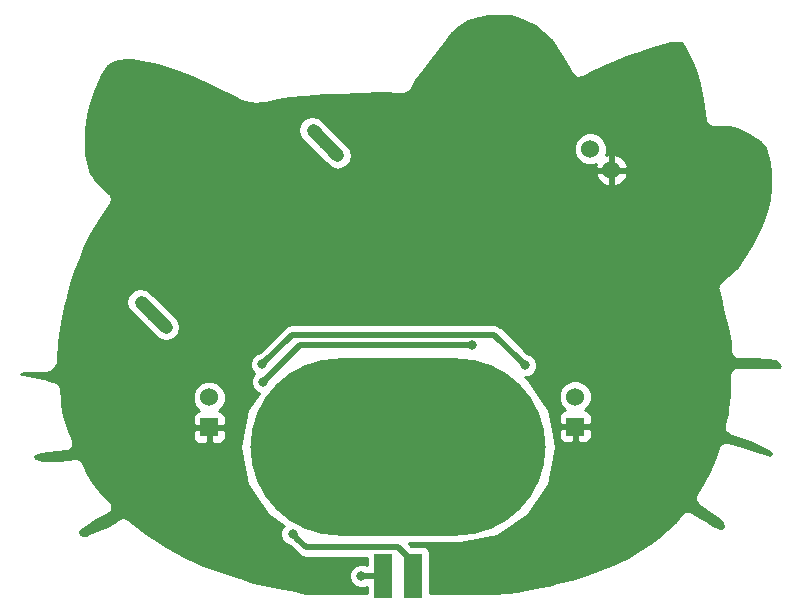
<source format=gbr>
G04 #@! TF.GenerationSoftware,KiCad,Pcbnew,no-vcs-found-4b010ca~60~ubuntu16.04.1*
G04 #@! TF.CreationDate,2017-10-03T11:45:03+03:00*
G04 #@! TF.ProjectId,TuxCon_Kitty_Rev_A,547578436F6E5F4B697474795F526576,rev?*
G04 #@! TF.SameCoordinates,Original*
G04 #@! TF.FileFunction,Copper,L1,Top,Signal*
G04 #@! TF.FilePolarity,Positive*
%FSLAX46Y46*%
G04 Gerber Fmt 4.6, Leading zero omitted, Abs format (unit mm)*
G04 Created by KiCad (PCBNEW no-vcs-found-4b010ca~60~ubuntu16.04.1) date Tue Oct  3 11:45:03 2017*
%MOMM*%
%LPD*%
G01*
G04 APERTURE LIST*
%ADD10O,25.000000X15.000000*%
%ADD11R,1.524000X3.810000*%
%ADD12C,1.524000*%
%ADD13R,1.524000X1.524000*%
%ADD14C,1.110000*%
%ADD15C,1.110000*%
%ADD16C,0.800000*%
%ADD17C,0.508000*%
%ADD18C,0.254000*%
G04 APERTURE END LIST*
D10*
X126465500Y-71520000D03*
D11*
X127770000Y-82423000D03*
X125230000Y-82423000D03*
D12*
X110490000Y-67310000D03*
D13*
X110490000Y-69850000D03*
X141478000Y-69786500D03*
D12*
X141478000Y-67246500D03*
D14*
X120304007Y-45748493D03*
D15*
X121346990Y-46791476D02*
X119261024Y-44705510D01*
D14*
X105755993Y-60296507D03*
D15*
X106798976Y-61339490D02*
X104713010Y-59253524D01*
D12*
X142752513Y-46268936D03*
X144548564Y-48064987D03*
D16*
X119824500Y-72072500D03*
X132715000Y-62865000D03*
X115062000Y-65976500D03*
X117560000Y-78870002D03*
X137200000Y-64580000D03*
X114998500Y-64516000D03*
X123380500Y-82423000D03*
D17*
X115062000Y-65976500D02*
X118173500Y-62865000D01*
X118173500Y-62865000D02*
X132715000Y-62865000D01*
X126500000Y-80010000D02*
X118699998Y-80010000D01*
X127770000Y-81280000D02*
X126500000Y-80010000D01*
X127770000Y-82423000D02*
X127770000Y-81280000D01*
X118699998Y-80010000D02*
X117959999Y-79270001D01*
X117959999Y-79270001D02*
X117560000Y-78870002D01*
X134630999Y-62010999D02*
X136800001Y-64180001D01*
X114998500Y-64516000D02*
X117503501Y-62010999D01*
X136800001Y-64180001D02*
X137200000Y-64580000D01*
X117503501Y-62010999D02*
X134630999Y-62010999D01*
X123380500Y-82423000D02*
X125230000Y-82423000D01*
D18*
G36*
X136076171Y-35056320D02*
X136957136Y-35331622D01*
X138095505Y-35900806D01*
X139416146Y-37049190D01*
X140364751Y-38472098D01*
X141177400Y-39909860D01*
X141263121Y-40009429D01*
X141346767Y-40110716D01*
X141353311Y-40114188D01*
X141358145Y-40119803D01*
X141475431Y-40178982D01*
X141591483Y-40240557D01*
X141598859Y-40241261D01*
X141605473Y-40244598D01*
X141736462Y-40254387D01*
X141867259Y-40266864D01*
X141874344Y-40264691D01*
X141881731Y-40265243D01*
X142006498Y-40224159D01*
X142132111Y-40185634D01*
X142940709Y-39750236D01*
X143991579Y-39255709D01*
X144861252Y-38882992D01*
X145792093Y-38510656D01*
X146857803Y-38134523D01*
X146860751Y-38132773D01*
X146864138Y-38132253D01*
X147553606Y-37881537D01*
X148094316Y-37701300D01*
X149258116Y-37395037D01*
X149535418Y-37339577D01*
X149910457Y-37286000D01*
X150217096Y-37286000D01*
X150359845Y-37321687D01*
X150415173Y-37340130D01*
X150504891Y-37407419D01*
X150683333Y-37630471D01*
X150895726Y-37949060D01*
X151488391Y-39134390D01*
X151719568Y-39827920D01*
X151961351Y-40734607D01*
X152207462Y-42026689D01*
X152459136Y-43788409D01*
X152488678Y-43872390D01*
X152506046Y-43959705D01*
X152534231Y-44001887D01*
X152551064Y-44049740D01*
X152610492Y-44116020D01*
X152659954Y-44190046D01*
X152702135Y-44218230D01*
X152736000Y-44256000D01*
X152816273Y-44294494D01*
X152890295Y-44343954D01*
X152940051Y-44353851D01*
X152985792Y-44375786D01*
X153074682Y-44380631D01*
X153162000Y-44398000D01*
X154483781Y-44398000D01*
X155211100Y-44553854D01*
X156229386Y-45062997D01*
X157108842Y-45667623D01*
X157531836Y-46231614D01*
X157861064Y-47383911D01*
X157976500Y-48365122D01*
X157976500Y-49551879D01*
X157859674Y-50544900D01*
X157623312Y-51490348D01*
X157205052Y-52745128D01*
X156357167Y-54380334D01*
X155155291Y-56243242D01*
X153762769Y-57514675D01*
X153692189Y-57610573D01*
X153616365Y-57702389D01*
X153610471Y-57721606D01*
X153598560Y-57737790D01*
X153570051Y-57853398D01*
X153535136Y-57967241D01*
X153537044Y-57987246D01*
X153532232Y-58006761D01*
X153550136Y-58124481D01*
X153561443Y-58243017D01*
X153743741Y-58850676D01*
X153928260Y-59711766D01*
X153933105Y-59722991D01*
X153933699Y-59735200D01*
X154121278Y-60485519D01*
X154307565Y-61354854D01*
X154552628Y-62641438D01*
X154613091Y-63427455D01*
X154643241Y-63535086D01*
X154665046Y-63644705D01*
X154680375Y-63667646D01*
X154687817Y-63694214D01*
X154756857Y-63782111D01*
X154818954Y-63875046D01*
X154841894Y-63890374D01*
X154858938Y-63912073D01*
X154956366Y-63966861D01*
X155049295Y-64028954D01*
X155076355Y-64034337D01*
X155100405Y-64047861D01*
X155211379Y-64061195D01*
X155321000Y-64083000D01*
X156574113Y-64083000D01*
X157848987Y-64143708D01*
X158436805Y-64241678D01*
X158563758Y-64317850D01*
X158694150Y-64448242D01*
X158810412Y-64642012D01*
X158823393Y-64674463D01*
X158738887Y-64702632D01*
X157924500Y-64756924D01*
X157019228Y-64696573D01*
X156995486Y-64699672D01*
X156972000Y-64695000D01*
X155257500Y-64695000D01*
X154985795Y-64749046D01*
X154755454Y-64902954D01*
X154601546Y-65133295D01*
X154547500Y-65405000D01*
X154547500Y-66391462D01*
X154487264Y-67114302D01*
X154425381Y-67671252D01*
X154363256Y-68168251D01*
X154301806Y-68598401D01*
X154245565Y-68935850D01*
X154064518Y-69599687D01*
X154056444Y-69715000D01*
X154040806Y-69829528D01*
X154046822Y-69852422D01*
X154045169Y-69876038D01*
X154081838Y-69985664D01*
X154111217Y-70097458D01*
X154125537Y-70116307D01*
X154133047Y-70138759D01*
X154208880Y-70226010D01*
X154278803Y-70318048D01*
X154299247Y-70329983D01*
X154314776Y-70347850D01*
X154418214Y-70399434D01*
X154518047Y-70457715D01*
X156323344Y-71080231D01*
X157339825Y-71558576D01*
X157995407Y-71940999D01*
X157998166Y-71943758D01*
X158025383Y-72107063D01*
X158016602Y-72142188D01*
X158000913Y-72173565D01*
X157770787Y-72140690D01*
X156884029Y-71845104D01*
X155619049Y-71402361D01*
X155595638Y-71399054D01*
X155574527Y-71388402D01*
X154431527Y-71070902D01*
X154405162Y-71068932D01*
X154380743Y-71058787D01*
X154267844Y-71058669D01*
X154155269Y-71050256D01*
X154130155Y-71058526D01*
X154103715Y-71058498D01*
X153999374Y-71101590D01*
X153892139Y-71136900D01*
X153872101Y-71154152D01*
X153847663Y-71164244D01*
X153767752Y-71243988D01*
X153682197Y-71317645D01*
X153670286Y-71341251D01*
X153651570Y-71359928D01*
X153608259Y-71464180D01*
X153557402Y-71564973D01*
X153555431Y-71591341D01*
X153545288Y-71615757D01*
X153493048Y-71876957D01*
X153141914Y-72813313D01*
X152717121Y-73723584D01*
X152239825Y-74618515D01*
X151949249Y-75025321D01*
X151926246Y-75076298D01*
X151891957Y-75120478D01*
X151701457Y-75501478D01*
X151679652Y-75581101D01*
X151645412Y-75656221D01*
X151643410Y-75713446D01*
X151628287Y-75768669D01*
X151638612Y-75850573D01*
X151635725Y-75933080D01*
X151655774Y-75986714D01*
X151662935Y-76043522D01*
X151703819Y-76115243D01*
X151732725Y-76192571D01*
X151771772Y-76234449D01*
X151800128Y-76284193D01*
X151865347Y-76334809D01*
X151921644Y-76395189D01*
X153488757Y-77523511D01*
X153786759Y-77771845D01*
X153889088Y-77908284D01*
X153952602Y-78035312D01*
X153976000Y-78128904D01*
X153976000Y-78208096D01*
X153960229Y-78271179D01*
X153916166Y-78315242D01*
X153886489Y-78335027D01*
X153836596Y-78347500D01*
X153740303Y-78347500D01*
X153584977Y-78316435D01*
X153192195Y-78120044D01*
X152712799Y-77820421D01*
X152706657Y-77818093D01*
X152701792Y-77813680D01*
X152074790Y-77437479D01*
X151384182Y-76998000D01*
X151275203Y-76955684D01*
X151169076Y-76906697D01*
X151146759Y-76905809D01*
X151125939Y-76897725D01*
X151009073Y-76900334D01*
X150892266Y-76895688D01*
X150871308Y-76903409D01*
X150848979Y-76903907D01*
X150742004Y-76951042D01*
X150632315Y-76991449D01*
X150615907Y-77006602D01*
X150595469Y-77015607D01*
X150514677Y-77100088D01*
X150428797Y-77179398D01*
X149953562Y-77832846D01*
X149377232Y-78409176D01*
X148526499Y-79138376D01*
X147809984Y-79675762D01*
X146701977Y-80352877D01*
X145966016Y-80782188D01*
X144862144Y-81334124D01*
X144003402Y-81702156D01*
X142896645Y-82132562D01*
X141465047Y-82568266D01*
X140408843Y-82878914D01*
X139603850Y-83064682D01*
X139597860Y-83067380D01*
X139591300Y-83067699D01*
X138591688Y-83317602D01*
X137353848Y-83565170D01*
X136547783Y-83689180D01*
X135692976Y-83811295D01*
X134600290Y-83872000D01*
X129179440Y-83872000D01*
X129179440Y-80518000D01*
X129130157Y-80270235D01*
X128989809Y-80060191D01*
X128779765Y-79919843D01*
X128532000Y-79870560D01*
X127617796Y-79870560D01*
X127402236Y-79655000D01*
X131722830Y-79655000D01*
X134835960Y-79035760D01*
X137475144Y-77272314D01*
X139238590Y-74633130D01*
X139857830Y-71520000D01*
X139569855Y-70072250D01*
X140081000Y-70072250D01*
X140081000Y-70674809D01*
X140177673Y-70908198D01*
X140356301Y-71086827D01*
X140589690Y-71183500D01*
X141192250Y-71183500D01*
X141351000Y-71024750D01*
X141351000Y-69913500D01*
X141605000Y-69913500D01*
X141605000Y-71024750D01*
X141763750Y-71183500D01*
X142366310Y-71183500D01*
X142599699Y-71086827D01*
X142778327Y-70908198D01*
X142875000Y-70674809D01*
X142875000Y-70072250D01*
X142716250Y-69913500D01*
X141605000Y-69913500D01*
X141351000Y-69913500D01*
X140239750Y-69913500D01*
X140081000Y-70072250D01*
X139569855Y-70072250D01*
X139238590Y-68406870D01*
X138648115Y-67523161D01*
X140080758Y-67523161D01*
X140292990Y-68036803D01*
X140645072Y-68389500D01*
X140589690Y-68389500D01*
X140356301Y-68486173D01*
X140177673Y-68664802D01*
X140081000Y-68898191D01*
X140081000Y-69500750D01*
X140239750Y-69659500D01*
X141351000Y-69659500D01*
X141351000Y-69639500D01*
X141605000Y-69639500D01*
X141605000Y-69659500D01*
X142716250Y-69659500D01*
X142875000Y-69500750D01*
X142875000Y-68898191D01*
X142778327Y-68664802D01*
X142599699Y-68486173D01*
X142366310Y-68389500D01*
X142310386Y-68389500D01*
X142661629Y-68038870D01*
X142874757Y-67525600D01*
X142875242Y-66969839D01*
X142663010Y-66456197D01*
X142270370Y-66062871D01*
X141757100Y-65849743D01*
X141201339Y-65849258D01*
X140687697Y-66061490D01*
X140294371Y-66454130D01*
X140081243Y-66967400D01*
X140080758Y-67523161D01*
X138648115Y-67523161D01*
X137475144Y-65767686D01*
X137246695Y-65615041D01*
X137404971Y-65615179D01*
X137785515Y-65457942D01*
X138076919Y-65167046D01*
X138234820Y-64786777D01*
X138235179Y-64375029D01*
X138077942Y-63994485D01*
X137787046Y-63703081D01*
X137433521Y-63556285D01*
X135259617Y-61382381D01*
X135151182Y-61309927D01*
X134971205Y-61189670D01*
X134630999Y-61121999D01*
X117503501Y-61121999D01*
X117163295Y-61189670D01*
X116874883Y-61382381D01*
X114764412Y-63492852D01*
X114412985Y-63638058D01*
X114121581Y-63928954D01*
X113963680Y-64309223D01*
X113963321Y-64720971D01*
X114120558Y-65101515D01*
X114296732Y-65277997D01*
X114185081Y-65389454D01*
X114027180Y-65769723D01*
X114026821Y-66181471D01*
X114184058Y-66562015D01*
X114474954Y-66853419D01*
X114674914Y-66936449D01*
X113692410Y-68406870D01*
X113073170Y-71520000D01*
X113692410Y-74633130D01*
X115455856Y-77272314D01*
X116797479Y-78168758D01*
X116683081Y-78282956D01*
X116525180Y-78663225D01*
X116524821Y-79074973D01*
X116682058Y-79455517D01*
X116972954Y-79746921D01*
X117326479Y-79893717D01*
X118071380Y-80638618D01*
X118359793Y-80831330D01*
X118699998Y-80899000D01*
X123820560Y-80899000D01*
X123820560Y-81485047D01*
X123587277Y-81388180D01*
X123175529Y-81387821D01*
X122794985Y-81545058D01*
X122503581Y-81835954D01*
X122345680Y-82216223D01*
X122345321Y-82627971D01*
X122502558Y-83008515D01*
X122793454Y-83299919D01*
X123173723Y-83457820D01*
X123585471Y-83458179D01*
X123820560Y-83361043D01*
X123820560Y-83872000D01*
X118637857Y-83872000D01*
X117385451Y-83573808D01*
X117368027Y-83573156D01*
X117351845Y-83566661D01*
X116344850Y-83377849D01*
X115470221Y-83190429D01*
X114663785Y-83004328D01*
X113987474Y-82819880D01*
X113361017Y-82631943D01*
X113356282Y-82631491D01*
X113352052Y-82629318D01*
X112482978Y-82381011D01*
X111232549Y-81943361D01*
X109994651Y-81510097D01*
X108399715Y-80773972D01*
X106860433Y-79911975D01*
X105187113Y-78796428D01*
X103617109Y-77603225D01*
X103597769Y-77593798D01*
X103582572Y-77578570D01*
X103473881Y-77533415D01*
X103368086Y-77481850D01*
X103346613Y-77480542D01*
X103326742Y-77472287D01*
X103209044Y-77472164D01*
X103091570Y-77465010D01*
X103071228Y-77472020D01*
X103049714Y-77471998D01*
X102940928Y-77516925D01*
X102829658Y-77555272D01*
X102813550Y-77569531D01*
X102793663Y-77577744D01*
X102412663Y-77831744D01*
X102406854Y-77837541D01*
X102399342Y-77840845D01*
X101835524Y-78235518D01*
X100280685Y-78833533D01*
X100024283Y-78919000D01*
X99799108Y-78919000D01*
X99635298Y-78837095D01*
X99579500Y-78792457D01*
X99579500Y-78653092D01*
X99769386Y-78463206D01*
X100874388Y-77707152D01*
X101902316Y-77223421D01*
X101929667Y-77203218D01*
X101961740Y-77191936D01*
X102040288Y-77121509D01*
X102125147Y-77058828D01*
X102142683Y-77029699D01*
X102168000Y-77007000D01*
X102213614Y-76911880D01*
X102268031Y-76821491D01*
X102273086Y-76787862D01*
X102287786Y-76757208D01*
X102293528Y-76651874D01*
X102309211Y-76547540D01*
X102301013Y-76514541D01*
X102302864Y-76480591D01*
X102267859Y-76381080D01*
X102242422Y-76278684D01*
X102222217Y-76251330D01*
X102210936Y-76219260D01*
X102140515Y-76140719D01*
X102077829Y-76055853D01*
X102048699Y-76038316D01*
X102026000Y-76013000D01*
X101825973Y-75862980D01*
X101255981Y-75235988D01*
X100653420Y-74452660D01*
X100199761Y-73772171D01*
X99846218Y-72888313D01*
X99825270Y-72856120D01*
X99814239Y-72819328D01*
X99750305Y-72740910D01*
X99695129Y-72656113D01*
X99663458Y-72634388D01*
X99639186Y-72604617D01*
X99550113Y-72556637D01*
X99466683Y-72499407D01*
X99429104Y-72491455D01*
X99395291Y-72473241D01*
X99294641Y-72463000D01*
X99195657Y-72442053D01*
X99157899Y-72449086D01*
X99119686Y-72445198D01*
X97819765Y-72569000D01*
X96306707Y-72569000D01*
X95873096Y-72438917D01*
X95770837Y-72370744D01*
X95770836Y-72370743D01*
X95737220Y-72348333D01*
X95729398Y-72332689D01*
X95716752Y-72282104D01*
X95724634Y-72266339D01*
X95786445Y-72241615D01*
X96225253Y-72131913D01*
X96867213Y-72015193D01*
X98356963Y-71891047D01*
X98461560Y-71861027D01*
X98568332Y-71840021D01*
X98593819Y-71823068D01*
X98623241Y-71814624D01*
X98708395Y-71746857D01*
X98798994Y-71686594D01*
X98816051Y-71661182D01*
X98840005Y-71642119D01*
X98892742Y-71546925D01*
X98953385Y-71456577D01*
X98959419Y-71426568D01*
X98974253Y-71399792D01*
X98986547Y-71291663D01*
X99007998Y-71184985D01*
X99002090Y-71154954D01*
X99005548Y-71124538D01*
X98975526Y-71019933D01*
X98954521Y-70913167D01*
X98634409Y-70135750D01*
X109093000Y-70135750D01*
X109093000Y-70738309D01*
X109189673Y-70971698D01*
X109368301Y-71150327D01*
X109601690Y-71247000D01*
X110204250Y-71247000D01*
X110363000Y-71088250D01*
X110363000Y-69977000D01*
X110617000Y-69977000D01*
X110617000Y-71088250D01*
X110775750Y-71247000D01*
X111378310Y-71247000D01*
X111611699Y-71150327D01*
X111790327Y-70971698D01*
X111887000Y-70738309D01*
X111887000Y-70135750D01*
X111728250Y-69977000D01*
X110617000Y-69977000D01*
X110363000Y-69977000D01*
X109251750Y-69977000D01*
X109093000Y-70135750D01*
X98634409Y-70135750D01*
X98521889Y-69862489D01*
X98226140Y-68916094D01*
X98049796Y-67975594D01*
X98015976Y-67586661D01*
X109092758Y-67586661D01*
X109304990Y-68100303D01*
X109657072Y-68453000D01*
X109601690Y-68453000D01*
X109368301Y-68549673D01*
X109189673Y-68728302D01*
X109093000Y-68961691D01*
X109093000Y-69564250D01*
X109251750Y-69723000D01*
X110363000Y-69723000D01*
X110363000Y-69703000D01*
X110617000Y-69703000D01*
X110617000Y-69723000D01*
X111728250Y-69723000D01*
X111887000Y-69564250D01*
X111887000Y-68961691D01*
X111790327Y-68728302D01*
X111611699Y-68549673D01*
X111378310Y-68453000D01*
X111322386Y-68453000D01*
X111673629Y-68102370D01*
X111886757Y-67589100D01*
X111887242Y-67033339D01*
X111675010Y-66519697D01*
X111282370Y-66126371D01*
X110769100Y-65913243D01*
X110213339Y-65912758D01*
X109699697Y-66124990D01*
X109306371Y-66517630D01*
X109093243Y-67030900D01*
X109092758Y-67586661D01*
X98015976Y-67586661D01*
X97925831Y-66549993D01*
X97919700Y-66528918D01*
X97920767Y-66507000D01*
X97881208Y-66396599D01*
X97848450Y-66283991D01*
X97834723Y-66266869D01*
X97827320Y-66246208D01*
X97748530Y-66159357D01*
X97675167Y-66067849D01*
X97655927Y-66057281D01*
X97641184Y-66041029D01*
X97535158Y-65990942D01*
X97432359Y-65934474D01*
X97410543Y-65932073D01*
X97390700Y-65922699D01*
X96882700Y-65795699D01*
X96865575Y-65794866D01*
X96849742Y-65788288D01*
X95584562Y-65535252D01*
X94728176Y-65351741D01*
X94525366Y-65290898D01*
X94871486Y-65226000D01*
X96774000Y-65226000D01*
X96823755Y-65216103D01*
X96874409Y-65218864D01*
X96958390Y-65189322D01*
X97045705Y-65171954D01*
X97087887Y-65143769D01*
X97135740Y-65126936D01*
X97202020Y-65067508D01*
X97276046Y-65018046D01*
X97304230Y-64975865D01*
X97342000Y-64942000D01*
X97532500Y-64688000D01*
X97570994Y-64607727D01*
X97620454Y-64533705D01*
X97630351Y-64483949D01*
X97652286Y-64438208D01*
X97657131Y-64349318D01*
X97674500Y-64262000D01*
X97674500Y-63918267D01*
X97797599Y-62748826D01*
X97796672Y-62738724D01*
X97799409Y-62728955D01*
X97860501Y-61934756D01*
X98105336Y-60465745D01*
X98402751Y-59216606D01*
X103486092Y-59216606D01*
X103576675Y-59672000D01*
X103834635Y-60058063D01*
X105994437Y-62217865D01*
X106380500Y-62475824D01*
X106835894Y-62566408D01*
X107291288Y-62475824D01*
X107677351Y-62217865D01*
X107935310Y-61831802D01*
X108025894Y-61376408D01*
X107935310Y-60921014D01*
X107677351Y-60534951D01*
X105517549Y-58375149D01*
X105131486Y-58117189D01*
X104676092Y-58026606D01*
X104220698Y-58117189D01*
X103834635Y-58375149D01*
X103576675Y-58761212D01*
X103486092Y-59216606D01*
X98402751Y-59216606D01*
X98415258Y-59164077D01*
X98726040Y-57983106D01*
X99157277Y-56627790D01*
X99528718Y-55699187D01*
X99530155Y-55691472D01*
X99534294Y-55684798D01*
X99902211Y-54703686D01*
X100507055Y-53493999D01*
X101182519Y-52388693D01*
X101682756Y-51638337D01*
X101690990Y-51618400D01*
X101705283Y-51602248D01*
X102149783Y-50840249D01*
X102165553Y-50794465D01*
X102192454Y-50754205D01*
X102210268Y-50664650D01*
X102240003Y-50578323D01*
X102237053Y-50529994D01*
X102246500Y-50482500D01*
X102228687Y-50392946D01*
X102223123Y-50301810D01*
X102201900Y-50258285D01*
X102192454Y-50210795D01*
X102141726Y-50134874D01*
X102101709Y-50052805D01*
X102065449Y-50020718D01*
X102038546Y-49980454D01*
X100863301Y-48805209D01*
X100557749Y-48412356D01*
X143167202Y-48412356D01*
X143405284Y-48914538D01*
X143817420Y-49287384D01*
X144201195Y-49446349D01*
X144421564Y-49324218D01*
X144421564Y-48191987D01*
X144675564Y-48191987D01*
X144675564Y-49324218D01*
X144895933Y-49446349D01*
X145398115Y-49208267D01*
X145770961Y-48796131D01*
X145929926Y-48412356D01*
X145807795Y-48191987D01*
X144675564Y-48191987D01*
X144421564Y-48191987D01*
X143289333Y-48191987D01*
X143167202Y-48412356D01*
X100557749Y-48412356D01*
X100520606Y-48364601D01*
X100316648Y-47752728D01*
X100083616Y-46704082D01*
X100025364Y-45539042D01*
X100092321Y-44668592D01*
X118034106Y-44668592D01*
X118124689Y-45123986D01*
X118382649Y-45510049D01*
X120542451Y-47669851D01*
X120928514Y-47927810D01*
X121383908Y-48018394D01*
X121839302Y-47927810D01*
X122225365Y-47669851D01*
X122483324Y-47283788D01*
X122573908Y-46828394D01*
X122517656Y-46545597D01*
X141355271Y-46545597D01*
X141567503Y-47059239D01*
X141960143Y-47452565D01*
X142473413Y-47665693D01*
X143029174Y-47666178D01*
X143221410Y-47586748D01*
X143167202Y-47717618D01*
X143289333Y-47937987D01*
X144241956Y-47937987D01*
X144354815Y-48050846D01*
X144534423Y-47871238D01*
X144421564Y-47758379D01*
X144421564Y-46805756D01*
X144675564Y-46805756D01*
X144675564Y-47937987D01*
X145807795Y-47937987D01*
X145929926Y-47717618D01*
X145691844Y-47215436D01*
X145279708Y-46842590D01*
X144895933Y-46683625D01*
X144675564Y-46805756D01*
X144421564Y-46805756D01*
X144201195Y-46683625D01*
X144066441Y-46747511D01*
X144149270Y-46548036D01*
X144149755Y-45992275D01*
X143937523Y-45478633D01*
X143544883Y-45085307D01*
X143031613Y-44872179D01*
X142475852Y-44871694D01*
X141962210Y-45083926D01*
X141568884Y-45476566D01*
X141355756Y-45989836D01*
X141355271Y-46545597D01*
X122517656Y-46545597D01*
X122483324Y-46373000D01*
X122225365Y-45986937D01*
X120065563Y-43827135D01*
X119679500Y-43569175D01*
X119224106Y-43478592D01*
X118768712Y-43569175D01*
X118382649Y-43827135D01*
X118124689Y-44213198D01*
X118034106Y-44668592D01*
X100092321Y-44668592D01*
X100145950Y-43971418D01*
X100324413Y-43019619D01*
X100568063Y-42105931D01*
X100804102Y-41338803D01*
X101154032Y-40580621D01*
X101447571Y-40052252D01*
X101965486Y-39246606D01*
X102147576Y-39064516D01*
X102482810Y-38896898D01*
X102861947Y-38802114D01*
X103473704Y-38746500D01*
X103942698Y-38746500D01*
X104826257Y-38923212D01*
X104826258Y-38923212D01*
X105754782Y-39108917D01*
X106417132Y-39289558D01*
X107398942Y-39596374D01*
X109016113Y-40218363D01*
X110318138Y-40776373D01*
X112585478Y-41910043D01*
X113220479Y-42227543D01*
X113311553Y-42252484D01*
X113398758Y-42288712D01*
X114033757Y-42415712D01*
X114127385Y-42415810D01*
X114220228Y-42427927D01*
X115172728Y-42364427D01*
X115210146Y-42354356D01*
X115248888Y-42355196D01*
X116328388Y-42164696D01*
X116336036Y-42161721D01*
X116344242Y-42161712D01*
X117261045Y-41978351D01*
X118549953Y-41855598D01*
X120313996Y-41729595D01*
X121444355Y-41666798D01*
X123215341Y-41603548D01*
X123215342Y-41603548D01*
X125031902Y-41540908D01*
X126912846Y-41603606D01*
X127006300Y-41588234D01*
X127100951Y-41584693D01*
X127141829Y-41565941D01*
X127186201Y-41558642D01*
X127266660Y-41508676D01*
X127352749Y-41469184D01*
X127383336Y-41436219D01*
X127421542Y-41412493D01*
X127476758Y-41335536D01*
X127541177Y-41266109D01*
X128036410Y-40461357D01*
X128650523Y-39601599D01*
X129467239Y-38533585D01*
X130351465Y-37396723D01*
X131085853Y-36478739D01*
X131639106Y-35925486D01*
X132373555Y-35453340D01*
X133372517Y-35175851D01*
X134121319Y-35060650D01*
X135250034Y-35001244D01*
X136076171Y-35056320D01*
X136076171Y-35056320D01*
G37*
X136076171Y-35056320D02*
X136957136Y-35331622D01*
X138095505Y-35900806D01*
X139416146Y-37049190D01*
X140364751Y-38472098D01*
X141177400Y-39909860D01*
X141263121Y-40009429D01*
X141346767Y-40110716D01*
X141353311Y-40114188D01*
X141358145Y-40119803D01*
X141475431Y-40178982D01*
X141591483Y-40240557D01*
X141598859Y-40241261D01*
X141605473Y-40244598D01*
X141736462Y-40254387D01*
X141867259Y-40266864D01*
X141874344Y-40264691D01*
X141881731Y-40265243D01*
X142006498Y-40224159D01*
X142132111Y-40185634D01*
X142940709Y-39750236D01*
X143991579Y-39255709D01*
X144861252Y-38882992D01*
X145792093Y-38510656D01*
X146857803Y-38134523D01*
X146860751Y-38132773D01*
X146864138Y-38132253D01*
X147553606Y-37881537D01*
X148094316Y-37701300D01*
X149258116Y-37395037D01*
X149535418Y-37339577D01*
X149910457Y-37286000D01*
X150217096Y-37286000D01*
X150359845Y-37321687D01*
X150415173Y-37340130D01*
X150504891Y-37407419D01*
X150683333Y-37630471D01*
X150895726Y-37949060D01*
X151488391Y-39134390D01*
X151719568Y-39827920D01*
X151961351Y-40734607D01*
X152207462Y-42026689D01*
X152459136Y-43788409D01*
X152488678Y-43872390D01*
X152506046Y-43959705D01*
X152534231Y-44001887D01*
X152551064Y-44049740D01*
X152610492Y-44116020D01*
X152659954Y-44190046D01*
X152702135Y-44218230D01*
X152736000Y-44256000D01*
X152816273Y-44294494D01*
X152890295Y-44343954D01*
X152940051Y-44353851D01*
X152985792Y-44375786D01*
X153074682Y-44380631D01*
X153162000Y-44398000D01*
X154483781Y-44398000D01*
X155211100Y-44553854D01*
X156229386Y-45062997D01*
X157108842Y-45667623D01*
X157531836Y-46231614D01*
X157861064Y-47383911D01*
X157976500Y-48365122D01*
X157976500Y-49551879D01*
X157859674Y-50544900D01*
X157623312Y-51490348D01*
X157205052Y-52745128D01*
X156357167Y-54380334D01*
X155155291Y-56243242D01*
X153762769Y-57514675D01*
X153692189Y-57610573D01*
X153616365Y-57702389D01*
X153610471Y-57721606D01*
X153598560Y-57737790D01*
X153570051Y-57853398D01*
X153535136Y-57967241D01*
X153537044Y-57987246D01*
X153532232Y-58006761D01*
X153550136Y-58124481D01*
X153561443Y-58243017D01*
X153743741Y-58850676D01*
X153928260Y-59711766D01*
X153933105Y-59722991D01*
X153933699Y-59735200D01*
X154121278Y-60485519D01*
X154307565Y-61354854D01*
X154552628Y-62641438D01*
X154613091Y-63427455D01*
X154643241Y-63535086D01*
X154665046Y-63644705D01*
X154680375Y-63667646D01*
X154687817Y-63694214D01*
X154756857Y-63782111D01*
X154818954Y-63875046D01*
X154841894Y-63890374D01*
X154858938Y-63912073D01*
X154956366Y-63966861D01*
X155049295Y-64028954D01*
X155076355Y-64034337D01*
X155100405Y-64047861D01*
X155211379Y-64061195D01*
X155321000Y-64083000D01*
X156574113Y-64083000D01*
X157848987Y-64143708D01*
X158436805Y-64241678D01*
X158563758Y-64317850D01*
X158694150Y-64448242D01*
X158810412Y-64642012D01*
X158823393Y-64674463D01*
X158738887Y-64702632D01*
X157924500Y-64756924D01*
X157019228Y-64696573D01*
X156995486Y-64699672D01*
X156972000Y-64695000D01*
X155257500Y-64695000D01*
X154985795Y-64749046D01*
X154755454Y-64902954D01*
X154601546Y-65133295D01*
X154547500Y-65405000D01*
X154547500Y-66391462D01*
X154487264Y-67114302D01*
X154425381Y-67671252D01*
X154363256Y-68168251D01*
X154301806Y-68598401D01*
X154245565Y-68935850D01*
X154064518Y-69599687D01*
X154056444Y-69715000D01*
X154040806Y-69829528D01*
X154046822Y-69852422D01*
X154045169Y-69876038D01*
X154081838Y-69985664D01*
X154111217Y-70097458D01*
X154125537Y-70116307D01*
X154133047Y-70138759D01*
X154208880Y-70226010D01*
X154278803Y-70318048D01*
X154299247Y-70329983D01*
X154314776Y-70347850D01*
X154418214Y-70399434D01*
X154518047Y-70457715D01*
X156323344Y-71080231D01*
X157339825Y-71558576D01*
X157995407Y-71940999D01*
X157998166Y-71943758D01*
X158025383Y-72107063D01*
X158016602Y-72142188D01*
X158000913Y-72173565D01*
X157770787Y-72140690D01*
X156884029Y-71845104D01*
X155619049Y-71402361D01*
X155595638Y-71399054D01*
X155574527Y-71388402D01*
X154431527Y-71070902D01*
X154405162Y-71068932D01*
X154380743Y-71058787D01*
X154267844Y-71058669D01*
X154155269Y-71050256D01*
X154130155Y-71058526D01*
X154103715Y-71058498D01*
X153999374Y-71101590D01*
X153892139Y-71136900D01*
X153872101Y-71154152D01*
X153847663Y-71164244D01*
X153767752Y-71243988D01*
X153682197Y-71317645D01*
X153670286Y-71341251D01*
X153651570Y-71359928D01*
X153608259Y-71464180D01*
X153557402Y-71564973D01*
X153555431Y-71591341D01*
X153545288Y-71615757D01*
X153493048Y-71876957D01*
X153141914Y-72813313D01*
X152717121Y-73723584D01*
X152239825Y-74618515D01*
X151949249Y-75025321D01*
X151926246Y-75076298D01*
X151891957Y-75120478D01*
X151701457Y-75501478D01*
X151679652Y-75581101D01*
X151645412Y-75656221D01*
X151643410Y-75713446D01*
X151628287Y-75768669D01*
X151638612Y-75850573D01*
X151635725Y-75933080D01*
X151655774Y-75986714D01*
X151662935Y-76043522D01*
X151703819Y-76115243D01*
X151732725Y-76192571D01*
X151771772Y-76234449D01*
X151800128Y-76284193D01*
X151865347Y-76334809D01*
X151921644Y-76395189D01*
X153488757Y-77523511D01*
X153786759Y-77771845D01*
X153889088Y-77908284D01*
X153952602Y-78035312D01*
X153976000Y-78128904D01*
X153976000Y-78208096D01*
X153960229Y-78271179D01*
X153916166Y-78315242D01*
X153886489Y-78335027D01*
X153836596Y-78347500D01*
X153740303Y-78347500D01*
X153584977Y-78316435D01*
X153192195Y-78120044D01*
X152712799Y-77820421D01*
X152706657Y-77818093D01*
X152701792Y-77813680D01*
X152074790Y-77437479D01*
X151384182Y-76998000D01*
X151275203Y-76955684D01*
X151169076Y-76906697D01*
X151146759Y-76905809D01*
X151125939Y-76897725D01*
X151009073Y-76900334D01*
X150892266Y-76895688D01*
X150871308Y-76903409D01*
X150848979Y-76903907D01*
X150742004Y-76951042D01*
X150632315Y-76991449D01*
X150615907Y-77006602D01*
X150595469Y-77015607D01*
X150514677Y-77100088D01*
X150428797Y-77179398D01*
X149953562Y-77832846D01*
X149377232Y-78409176D01*
X148526499Y-79138376D01*
X147809984Y-79675762D01*
X146701977Y-80352877D01*
X145966016Y-80782188D01*
X144862144Y-81334124D01*
X144003402Y-81702156D01*
X142896645Y-82132562D01*
X141465047Y-82568266D01*
X140408843Y-82878914D01*
X139603850Y-83064682D01*
X139597860Y-83067380D01*
X139591300Y-83067699D01*
X138591688Y-83317602D01*
X137353848Y-83565170D01*
X136547783Y-83689180D01*
X135692976Y-83811295D01*
X134600290Y-83872000D01*
X129179440Y-83872000D01*
X129179440Y-80518000D01*
X129130157Y-80270235D01*
X128989809Y-80060191D01*
X128779765Y-79919843D01*
X128532000Y-79870560D01*
X127617796Y-79870560D01*
X127402236Y-79655000D01*
X131722830Y-79655000D01*
X134835960Y-79035760D01*
X137475144Y-77272314D01*
X139238590Y-74633130D01*
X139857830Y-71520000D01*
X139569855Y-70072250D01*
X140081000Y-70072250D01*
X140081000Y-70674809D01*
X140177673Y-70908198D01*
X140356301Y-71086827D01*
X140589690Y-71183500D01*
X141192250Y-71183500D01*
X141351000Y-71024750D01*
X141351000Y-69913500D01*
X141605000Y-69913500D01*
X141605000Y-71024750D01*
X141763750Y-71183500D01*
X142366310Y-71183500D01*
X142599699Y-71086827D01*
X142778327Y-70908198D01*
X142875000Y-70674809D01*
X142875000Y-70072250D01*
X142716250Y-69913500D01*
X141605000Y-69913500D01*
X141351000Y-69913500D01*
X140239750Y-69913500D01*
X140081000Y-70072250D01*
X139569855Y-70072250D01*
X139238590Y-68406870D01*
X138648115Y-67523161D01*
X140080758Y-67523161D01*
X140292990Y-68036803D01*
X140645072Y-68389500D01*
X140589690Y-68389500D01*
X140356301Y-68486173D01*
X140177673Y-68664802D01*
X140081000Y-68898191D01*
X140081000Y-69500750D01*
X140239750Y-69659500D01*
X141351000Y-69659500D01*
X141351000Y-69639500D01*
X141605000Y-69639500D01*
X141605000Y-69659500D01*
X142716250Y-69659500D01*
X142875000Y-69500750D01*
X142875000Y-68898191D01*
X142778327Y-68664802D01*
X142599699Y-68486173D01*
X142366310Y-68389500D01*
X142310386Y-68389500D01*
X142661629Y-68038870D01*
X142874757Y-67525600D01*
X142875242Y-66969839D01*
X142663010Y-66456197D01*
X142270370Y-66062871D01*
X141757100Y-65849743D01*
X141201339Y-65849258D01*
X140687697Y-66061490D01*
X140294371Y-66454130D01*
X140081243Y-66967400D01*
X140080758Y-67523161D01*
X138648115Y-67523161D01*
X137475144Y-65767686D01*
X137246695Y-65615041D01*
X137404971Y-65615179D01*
X137785515Y-65457942D01*
X138076919Y-65167046D01*
X138234820Y-64786777D01*
X138235179Y-64375029D01*
X138077942Y-63994485D01*
X137787046Y-63703081D01*
X137433521Y-63556285D01*
X135259617Y-61382381D01*
X135151182Y-61309927D01*
X134971205Y-61189670D01*
X134630999Y-61121999D01*
X117503501Y-61121999D01*
X117163295Y-61189670D01*
X116874883Y-61382381D01*
X114764412Y-63492852D01*
X114412985Y-63638058D01*
X114121581Y-63928954D01*
X113963680Y-64309223D01*
X113963321Y-64720971D01*
X114120558Y-65101515D01*
X114296732Y-65277997D01*
X114185081Y-65389454D01*
X114027180Y-65769723D01*
X114026821Y-66181471D01*
X114184058Y-66562015D01*
X114474954Y-66853419D01*
X114674914Y-66936449D01*
X113692410Y-68406870D01*
X113073170Y-71520000D01*
X113692410Y-74633130D01*
X115455856Y-77272314D01*
X116797479Y-78168758D01*
X116683081Y-78282956D01*
X116525180Y-78663225D01*
X116524821Y-79074973D01*
X116682058Y-79455517D01*
X116972954Y-79746921D01*
X117326479Y-79893717D01*
X118071380Y-80638618D01*
X118359793Y-80831330D01*
X118699998Y-80899000D01*
X123820560Y-80899000D01*
X123820560Y-81485047D01*
X123587277Y-81388180D01*
X123175529Y-81387821D01*
X122794985Y-81545058D01*
X122503581Y-81835954D01*
X122345680Y-82216223D01*
X122345321Y-82627971D01*
X122502558Y-83008515D01*
X122793454Y-83299919D01*
X123173723Y-83457820D01*
X123585471Y-83458179D01*
X123820560Y-83361043D01*
X123820560Y-83872000D01*
X118637857Y-83872000D01*
X117385451Y-83573808D01*
X117368027Y-83573156D01*
X117351845Y-83566661D01*
X116344850Y-83377849D01*
X115470221Y-83190429D01*
X114663785Y-83004328D01*
X113987474Y-82819880D01*
X113361017Y-82631943D01*
X113356282Y-82631491D01*
X113352052Y-82629318D01*
X112482978Y-82381011D01*
X111232549Y-81943361D01*
X109994651Y-81510097D01*
X108399715Y-80773972D01*
X106860433Y-79911975D01*
X105187113Y-78796428D01*
X103617109Y-77603225D01*
X103597769Y-77593798D01*
X103582572Y-77578570D01*
X103473881Y-77533415D01*
X103368086Y-77481850D01*
X103346613Y-77480542D01*
X103326742Y-77472287D01*
X103209044Y-77472164D01*
X103091570Y-77465010D01*
X103071228Y-77472020D01*
X103049714Y-77471998D01*
X102940928Y-77516925D01*
X102829658Y-77555272D01*
X102813550Y-77569531D01*
X102793663Y-77577744D01*
X102412663Y-77831744D01*
X102406854Y-77837541D01*
X102399342Y-77840845D01*
X101835524Y-78235518D01*
X100280685Y-78833533D01*
X100024283Y-78919000D01*
X99799108Y-78919000D01*
X99635298Y-78837095D01*
X99579500Y-78792457D01*
X99579500Y-78653092D01*
X99769386Y-78463206D01*
X100874388Y-77707152D01*
X101902316Y-77223421D01*
X101929667Y-77203218D01*
X101961740Y-77191936D01*
X102040288Y-77121509D01*
X102125147Y-77058828D01*
X102142683Y-77029699D01*
X102168000Y-77007000D01*
X102213614Y-76911880D01*
X102268031Y-76821491D01*
X102273086Y-76787862D01*
X102287786Y-76757208D01*
X102293528Y-76651874D01*
X102309211Y-76547540D01*
X102301013Y-76514541D01*
X102302864Y-76480591D01*
X102267859Y-76381080D01*
X102242422Y-76278684D01*
X102222217Y-76251330D01*
X102210936Y-76219260D01*
X102140515Y-76140719D01*
X102077829Y-76055853D01*
X102048699Y-76038316D01*
X102026000Y-76013000D01*
X101825973Y-75862980D01*
X101255981Y-75235988D01*
X100653420Y-74452660D01*
X100199761Y-73772171D01*
X99846218Y-72888313D01*
X99825270Y-72856120D01*
X99814239Y-72819328D01*
X99750305Y-72740910D01*
X99695129Y-72656113D01*
X99663458Y-72634388D01*
X99639186Y-72604617D01*
X99550113Y-72556637D01*
X99466683Y-72499407D01*
X99429104Y-72491455D01*
X99395291Y-72473241D01*
X99294641Y-72463000D01*
X99195657Y-72442053D01*
X99157899Y-72449086D01*
X99119686Y-72445198D01*
X97819765Y-72569000D01*
X96306707Y-72569000D01*
X95873096Y-72438917D01*
X95770837Y-72370744D01*
X95770836Y-72370743D01*
X95737220Y-72348333D01*
X95729398Y-72332689D01*
X95716752Y-72282104D01*
X95724634Y-72266339D01*
X95786445Y-72241615D01*
X96225253Y-72131913D01*
X96867213Y-72015193D01*
X98356963Y-71891047D01*
X98461560Y-71861027D01*
X98568332Y-71840021D01*
X98593819Y-71823068D01*
X98623241Y-71814624D01*
X98708395Y-71746857D01*
X98798994Y-71686594D01*
X98816051Y-71661182D01*
X98840005Y-71642119D01*
X98892742Y-71546925D01*
X98953385Y-71456577D01*
X98959419Y-71426568D01*
X98974253Y-71399792D01*
X98986547Y-71291663D01*
X99007998Y-71184985D01*
X99002090Y-71154954D01*
X99005548Y-71124538D01*
X98975526Y-71019933D01*
X98954521Y-70913167D01*
X98634409Y-70135750D01*
X109093000Y-70135750D01*
X109093000Y-70738309D01*
X109189673Y-70971698D01*
X109368301Y-71150327D01*
X109601690Y-71247000D01*
X110204250Y-71247000D01*
X110363000Y-71088250D01*
X110363000Y-69977000D01*
X110617000Y-69977000D01*
X110617000Y-71088250D01*
X110775750Y-71247000D01*
X111378310Y-71247000D01*
X111611699Y-71150327D01*
X111790327Y-70971698D01*
X111887000Y-70738309D01*
X111887000Y-70135750D01*
X111728250Y-69977000D01*
X110617000Y-69977000D01*
X110363000Y-69977000D01*
X109251750Y-69977000D01*
X109093000Y-70135750D01*
X98634409Y-70135750D01*
X98521889Y-69862489D01*
X98226140Y-68916094D01*
X98049796Y-67975594D01*
X98015976Y-67586661D01*
X109092758Y-67586661D01*
X109304990Y-68100303D01*
X109657072Y-68453000D01*
X109601690Y-68453000D01*
X109368301Y-68549673D01*
X109189673Y-68728302D01*
X109093000Y-68961691D01*
X109093000Y-69564250D01*
X109251750Y-69723000D01*
X110363000Y-69723000D01*
X110363000Y-69703000D01*
X110617000Y-69703000D01*
X110617000Y-69723000D01*
X111728250Y-69723000D01*
X111887000Y-69564250D01*
X111887000Y-68961691D01*
X111790327Y-68728302D01*
X111611699Y-68549673D01*
X111378310Y-68453000D01*
X111322386Y-68453000D01*
X111673629Y-68102370D01*
X111886757Y-67589100D01*
X111887242Y-67033339D01*
X111675010Y-66519697D01*
X111282370Y-66126371D01*
X110769100Y-65913243D01*
X110213339Y-65912758D01*
X109699697Y-66124990D01*
X109306371Y-66517630D01*
X109093243Y-67030900D01*
X109092758Y-67586661D01*
X98015976Y-67586661D01*
X97925831Y-66549993D01*
X97919700Y-66528918D01*
X97920767Y-66507000D01*
X97881208Y-66396599D01*
X97848450Y-66283991D01*
X97834723Y-66266869D01*
X97827320Y-66246208D01*
X97748530Y-66159357D01*
X97675167Y-66067849D01*
X97655927Y-66057281D01*
X97641184Y-66041029D01*
X97535158Y-65990942D01*
X97432359Y-65934474D01*
X97410543Y-65932073D01*
X97390700Y-65922699D01*
X96882700Y-65795699D01*
X96865575Y-65794866D01*
X96849742Y-65788288D01*
X95584562Y-65535252D01*
X94728176Y-65351741D01*
X94525366Y-65290898D01*
X94871486Y-65226000D01*
X96774000Y-65226000D01*
X96823755Y-65216103D01*
X96874409Y-65218864D01*
X96958390Y-65189322D01*
X97045705Y-65171954D01*
X97087887Y-65143769D01*
X97135740Y-65126936D01*
X97202020Y-65067508D01*
X97276046Y-65018046D01*
X97304230Y-64975865D01*
X97342000Y-64942000D01*
X97532500Y-64688000D01*
X97570994Y-64607727D01*
X97620454Y-64533705D01*
X97630351Y-64483949D01*
X97652286Y-64438208D01*
X97657131Y-64349318D01*
X97674500Y-64262000D01*
X97674500Y-63918267D01*
X97797599Y-62748826D01*
X97796672Y-62738724D01*
X97799409Y-62728955D01*
X97860501Y-61934756D01*
X98105336Y-60465745D01*
X98402751Y-59216606D01*
X103486092Y-59216606D01*
X103576675Y-59672000D01*
X103834635Y-60058063D01*
X105994437Y-62217865D01*
X106380500Y-62475824D01*
X106835894Y-62566408D01*
X107291288Y-62475824D01*
X107677351Y-62217865D01*
X107935310Y-61831802D01*
X108025894Y-61376408D01*
X107935310Y-60921014D01*
X107677351Y-60534951D01*
X105517549Y-58375149D01*
X105131486Y-58117189D01*
X104676092Y-58026606D01*
X104220698Y-58117189D01*
X103834635Y-58375149D01*
X103576675Y-58761212D01*
X103486092Y-59216606D01*
X98402751Y-59216606D01*
X98415258Y-59164077D01*
X98726040Y-57983106D01*
X99157277Y-56627790D01*
X99528718Y-55699187D01*
X99530155Y-55691472D01*
X99534294Y-55684798D01*
X99902211Y-54703686D01*
X100507055Y-53493999D01*
X101182519Y-52388693D01*
X101682756Y-51638337D01*
X101690990Y-51618400D01*
X101705283Y-51602248D01*
X102149783Y-50840249D01*
X102165553Y-50794465D01*
X102192454Y-50754205D01*
X102210268Y-50664650D01*
X102240003Y-50578323D01*
X102237053Y-50529994D01*
X102246500Y-50482500D01*
X102228687Y-50392946D01*
X102223123Y-50301810D01*
X102201900Y-50258285D01*
X102192454Y-50210795D01*
X102141726Y-50134874D01*
X102101709Y-50052805D01*
X102065449Y-50020718D01*
X102038546Y-49980454D01*
X100863301Y-48805209D01*
X100557749Y-48412356D01*
X143167202Y-48412356D01*
X143405284Y-48914538D01*
X143817420Y-49287384D01*
X144201195Y-49446349D01*
X144421564Y-49324218D01*
X144421564Y-48191987D01*
X144675564Y-48191987D01*
X144675564Y-49324218D01*
X144895933Y-49446349D01*
X145398115Y-49208267D01*
X145770961Y-48796131D01*
X145929926Y-48412356D01*
X145807795Y-48191987D01*
X144675564Y-48191987D01*
X144421564Y-48191987D01*
X143289333Y-48191987D01*
X143167202Y-48412356D01*
X100557749Y-48412356D01*
X100520606Y-48364601D01*
X100316648Y-47752728D01*
X100083616Y-46704082D01*
X100025364Y-45539042D01*
X100092321Y-44668592D01*
X118034106Y-44668592D01*
X118124689Y-45123986D01*
X118382649Y-45510049D01*
X120542451Y-47669851D01*
X120928514Y-47927810D01*
X121383908Y-48018394D01*
X121839302Y-47927810D01*
X122225365Y-47669851D01*
X122483324Y-47283788D01*
X122573908Y-46828394D01*
X122517656Y-46545597D01*
X141355271Y-46545597D01*
X141567503Y-47059239D01*
X141960143Y-47452565D01*
X142473413Y-47665693D01*
X143029174Y-47666178D01*
X143221410Y-47586748D01*
X143167202Y-47717618D01*
X143289333Y-47937987D01*
X144241956Y-47937987D01*
X144354815Y-48050846D01*
X144534423Y-47871238D01*
X144421564Y-47758379D01*
X144421564Y-46805756D01*
X144675564Y-46805756D01*
X144675564Y-47937987D01*
X145807795Y-47937987D01*
X145929926Y-47717618D01*
X145691844Y-47215436D01*
X145279708Y-46842590D01*
X144895933Y-46683625D01*
X144675564Y-46805756D01*
X144421564Y-46805756D01*
X144201195Y-46683625D01*
X144066441Y-46747511D01*
X144149270Y-46548036D01*
X144149755Y-45992275D01*
X143937523Y-45478633D01*
X143544883Y-45085307D01*
X143031613Y-44872179D01*
X142475852Y-44871694D01*
X141962210Y-45083926D01*
X141568884Y-45476566D01*
X141355756Y-45989836D01*
X141355271Y-46545597D01*
X122517656Y-46545597D01*
X122483324Y-46373000D01*
X122225365Y-45986937D01*
X120065563Y-43827135D01*
X119679500Y-43569175D01*
X119224106Y-43478592D01*
X118768712Y-43569175D01*
X118382649Y-43827135D01*
X118124689Y-44213198D01*
X118034106Y-44668592D01*
X100092321Y-44668592D01*
X100145950Y-43971418D01*
X100324413Y-43019619D01*
X100568063Y-42105931D01*
X100804102Y-41338803D01*
X101154032Y-40580621D01*
X101447571Y-40052252D01*
X101965486Y-39246606D01*
X102147576Y-39064516D01*
X102482810Y-38896898D01*
X102861947Y-38802114D01*
X103473704Y-38746500D01*
X103942698Y-38746500D01*
X104826257Y-38923212D01*
X104826258Y-38923212D01*
X105754782Y-39108917D01*
X106417132Y-39289558D01*
X107398942Y-39596374D01*
X109016113Y-40218363D01*
X110318138Y-40776373D01*
X112585478Y-41910043D01*
X113220479Y-42227543D01*
X113311553Y-42252484D01*
X113398758Y-42288712D01*
X114033757Y-42415712D01*
X114127385Y-42415810D01*
X114220228Y-42427927D01*
X115172728Y-42364427D01*
X115210146Y-42354356D01*
X115248888Y-42355196D01*
X116328388Y-42164696D01*
X116336036Y-42161721D01*
X116344242Y-42161712D01*
X117261045Y-41978351D01*
X118549953Y-41855598D01*
X120313996Y-41729595D01*
X121444355Y-41666798D01*
X123215341Y-41603548D01*
X123215342Y-41603548D01*
X125031902Y-41540908D01*
X126912846Y-41603606D01*
X127006300Y-41588234D01*
X127100951Y-41584693D01*
X127141829Y-41565941D01*
X127186201Y-41558642D01*
X127266660Y-41508676D01*
X127352749Y-41469184D01*
X127383336Y-41436219D01*
X127421542Y-41412493D01*
X127476758Y-41335536D01*
X127541177Y-41266109D01*
X128036410Y-40461357D01*
X128650523Y-39601599D01*
X129467239Y-38533585D01*
X130351465Y-37396723D01*
X131085853Y-36478739D01*
X131639106Y-35925486D01*
X132373555Y-35453340D01*
X133372517Y-35175851D01*
X134121319Y-35060650D01*
X135250034Y-35001244D01*
X136076171Y-35056320D01*
M02*

</source>
